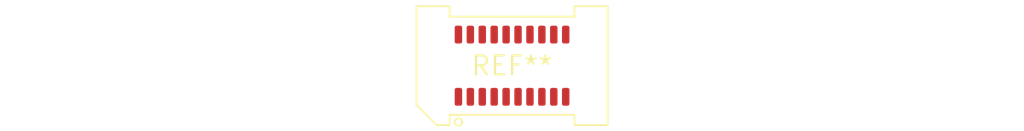
<source format=kicad_pcb>
(kicad_pcb (version 20240108) (generator pcbnew)
  (layers (0 "F.Cu" signal) (31 "B.Cu" signal) (34 "B.Paste" user) (35 "F.Paste" user) (36 "B.SilkS" user "B.Silkscreen") (37 "F.SilkS" user "F.Silkscreen") (38 "B.Mask" user) (39 "F.Mask" user) (44 "Edge.Cuts" user))
  (net 0 "")
  (footprint "Samtec_HSEC8-110-03-X-DV-A_2x10_P0.8mm_Socket_AlignmentPins" (layer "F.Cu") (at 0 0)
    (property "Reference" "REF**")
    (property "Value" "Samtec_HSEC8-110-03-X-DV-A_2x10_P0.8mm_Socket_AlignmentPins")
    (fp_line (start -6.41 -4.005) (end -4.19 -4.005) (layer "F.SilkS") (stroke (width 0.12)))
    (fp_line (start -6.41 2.640563) (end -6.41 -4.005) (layer "F.SilkS") (stroke (width 0.12)))
    (fp_line (start -5.045563 4.005) (end -6.41 2.640563) (layer "F.SilkS") (stroke (width 0.12)))
    (fp_line (start -4.19 -4.005) (end -4.19 -3.305) (layer "F.SilkS") (stroke (width 0.12)))
    (fp_line (start -4.19 -3.305) (end 4.19 -3.305) (layer "F.SilkS") (stroke (width 0.12)))
    (fp_line (start -4.19 3.305) (end -4.19 4.005) (layer "F.SilkS") (stroke (width 0.12)))
    (fp_line (start -4.19 4.005) (end -5.045563 4.005) (layer "F.SilkS") (stroke (width 0.12)))
    (fp_line (start 4.19 -4.005) (end 6.41 -4.005) (layer "F.SilkS") (stroke (width 0.12)))
    (fp_line (start 4.19 -3.305) (end 4.19 -4.005) (layer "F.SilkS") (stroke (width 0.12)))
    (fp_line (start 4.19 3.305) (end -4.19 3.305) (layer "F.SilkS") (stroke (width 0.12)))
    (fp_line (start 4.19 4.005) (end 4.19 3.305) (layer "F.SilkS") (stroke (width 0.12)))
    (fp_line (start 6.41 -4.005) (end 6.41 4.005) (layer "F.SilkS") (stroke (width 0.12)))
    (fp_line (start 6.41 4.005) (end 4.19 4.005) (layer "F.SilkS") (stroke (width 0.12)))
    (fp_arc (start -3.35 3.795) (mid -3.85 3.795) (end -3.35 3.795) (layer "F.SilkS") (stroke (width 0.12)))
    (pad "" np_thru_hole circle (at -5.1 1.5) (size 1.27 1.27) (drill 1.27) (layers *.Cu *.Mask))
    (pad "" np_thru_hole circle (at 5.1 0) (size 1.27 1.27) (drill 1.27) (layers *.Cu *.Mask))
    (pad "1" smd roundrect (at -3.6 2.095) (size 0.5 1.2) (layers "F.Cu" "F.Paste" "F.Mask"))
    (pad "2" smd roundrect (at -3.6 -2.095) (size 0.5 1.2) (layers "F.Cu" "F.Paste" "F.Mask"))
    (pad "3" smd roundrect (at -2.8 2.095) (size 0.5 1.2) (layers "F.Cu" "F.Paste" "F.Mask"))
    (pad "4" smd roundrect (at -2.8 -2.095) (size 0.5 1.2) (layers "F.Cu" "F.Paste" "F.Mask"))
    (pad "5" smd roundrect (at -2 2.095) (size 0.5 1.2) (layers "F.Cu" "F.Paste" "F.Mask"))
    (pad "6" smd roundrect (at -2 -2.095) (size 0.5 1.2) (layers "F.Cu" "F.Paste" "F.Mask"))
    (pad "7" smd roundrect (at -1.2 2.095) (size 0.5 1.2) (layers "F.Cu" "F.Paste" "F.Mask"))
    (pad "8" smd roundrect (at -1.2 -2.095) (size 0.5 1.2) (layers "F.Cu" "F.Paste" "F.Mask"))
    (pad "9" smd roundrect (at -0.4 2.095) (size 0.5 1.2) (layers "F.Cu" "F.Paste" "F.Mask"))
    (pad "10" smd roundrect (at -0.4 -2.095) (size 0.5 1.2) (layers "F.Cu" "F.Paste" "F.Mask"))
    (pad "11" smd roundrect (at 0.4 2.095) (size 0.5 1.2) (layers "F.Cu" "F.Paste" "F.Mask"))
    (pad "12" smd roundrect (at 0.4 -2.095) (size 0.5 1.2) (layers "F.Cu" "F.Paste" "F.Mask"))
    (pad "13" smd roundrect (at 1.2 2.095) (size 0.5 1.2) (layers "F.Cu" "F.Paste" "F.Mask"))
    (pad "14" smd roundrect (at 1.2 -2.095) (size 0.5 1.2) (layers "F.Cu" "F.Paste" "F.Mask"))
    (pad "15" smd roundrect (at 2 2.095) (size 0.5 1.2) (layers "F.Cu" "F.Paste" "F.Mask"))
    (pad "16" smd roundrect (at 2 -2.095) (size 0.5 1.2) (layers "F.Cu" "F.Paste" "F.Mask"))
    (pad "17" smd roundrect (at 2.8 2.095) (size 0.5 1.2) (layers "F.Cu" "F.Paste" "F.Mask"))
    (pad "18" smd roundrect (at 2.8 -2.095) (size 0.5 1.2) (layers "F.Cu" "F.Paste" "F.Mask"))
    (pad "19" smd roundrect (at 3.6 2.095) (size 0.5 1.2) (layers "F.Cu" "F.Paste" "F.Mask"))
    (pad "20" smd roundrect (at 3.6 -2.095) (size 0.5 1.2) (layers "F.Cu" "F.Paste" "F.Mask"))
  )
)
</source>
